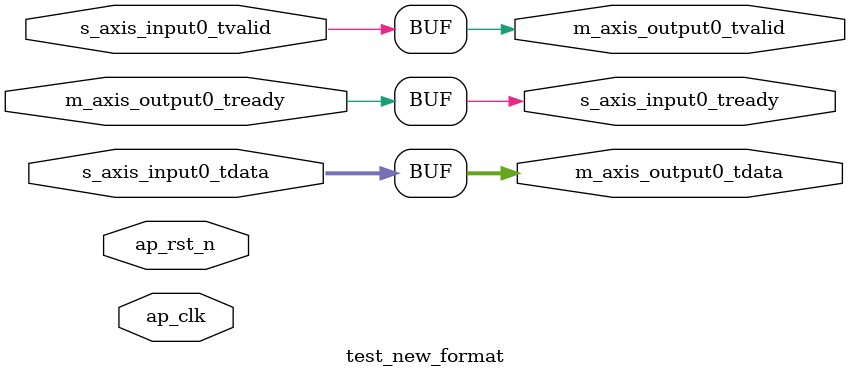
<source format=sv>


module test_new_format #(
    parameter INPUT0_WIDTH = 8,
    parameter SIGNED_INPUT0 = 0,
    parameter OUTPUT0_WIDTH = 8,
    parameter INPUT0_BDIM = 16,
    parameter INPUT0_SDIM = 4,
    parameter OUTPUT0_BDIM = 8,
    parameter OUTPUT0_SDIM = 2,
    parameter C = 64,
    parameter PE = 4
)(
    input wire ap_clk,
    input wire ap_rst_n,
    
    input wire [INPUT0_WIDTH-1:0] s_axis_input0_tdata,
    input wire s_axis_input0_tvalid,
    output wire s_axis_input0_tready,
    
    output wire [OUTPUT0_WIDTH-1:0] m_axis_output0_tdata,
    output wire m_axis_output0_tvalid,
    input wire m_axis_output0_tready
);

// Simple operation
assign m_axis_output0_tdata = s_axis_input0_tdata;
assign m_axis_output0_tvalid = s_axis_input0_tvalid;
assign s_axis_input0_tready = m_axis_output0_tready;

endmodule
</source>
